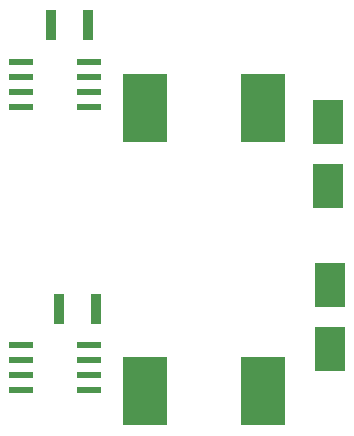
<source format=gtp>
G04*
G04 #@! TF.GenerationSoftware,Altium Limited,Altium Designer,23.3.1 (30)*
G04*
G04 Layer_Color=8421504*
%FSLAX44Y44*%
%MOMM*%
G71*
G04*
G04 #@! TF.SameCoordinates,8D2347DA-786F-44A1-B396-5F802EE38B7C*
G04*
G04*
G04 #@! TF.FilePolarity,Positive*
G04*
G01*
G75*
%ADD12R,2.1000X0.6000*%
%ADD13R,0.9000X2.5000*%
%ADD14R,3.8500X5.8000*%
%ADD15R,2.5500X3.7500*%
D12*
X118000Y409000D02*
D03*
Y396300D02*
D03*
Y383600D02*
D03*
Y370900D02*
D03*
X176000D02*
D03*
Y383600D02*
D03*
Y396300D02*
D03*
Y409000D02*
D03*
X176000Y169050D02*
D03*
Y156350D02*
D03*
Y143650D02*
D03*
Y130950D02*
D03*
X118000D02*
D03*
Y143650D02*
D03*
Y156350D02*
D03*
Y169050D02*
D03*
D13*
X174500Y440000D02*
D03*
X143500D02*
D03*
X150500Y200000D02*
D03*
X181500D02*
D03*
D14*
X322750Y130000D02*
D03*
X223250D02*
D03*
X322750Y370000D02*
D03*
X223250D02*
D03*
D15*
X380000Y220000D02*
D03*
Y166000D02*
D03*
X378000Y358000D02*
D03*
Y304000D02*
D03*
M02*

</source>
